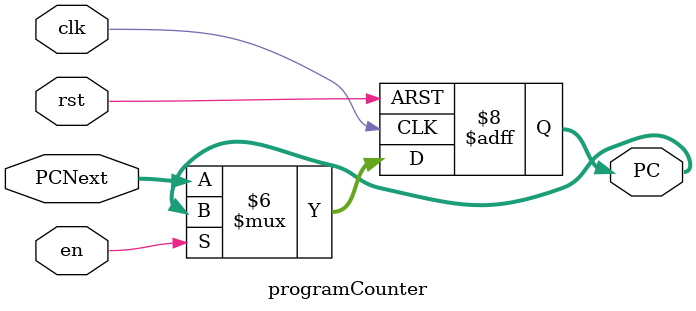
<source format=v>
module programCounter (
    input wire          clk,
    input wire          rst,
    input wire          en,
    input wire [31:0]   PCNext,
    output reg [31:0]   PC
);

/* Set initial condition for program counter to 0*/
initial begin
    PC <= 32'h00000000;
end

always @(posedge clk or posedge rst) begin
    if (rst == 1'b1) begin
        PC <= 32'h00000000;
    end else if (en == 1'b1) begin
        PC <= PC;
    end else begin
        PC <= PCNext;
    end
end

endmodule
</source>
